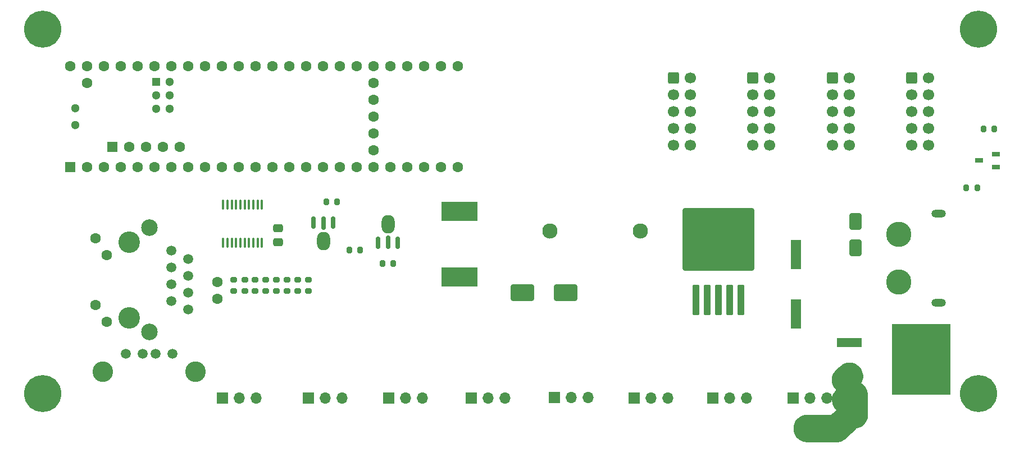
<source format=gbr>
%TF.GenerationSoftware,KiCad,Pcbnew,8.0.3*%
%TF.CreationDate,2024-11-25T10:27:06+01:00*%
%TF.ProjectId,Teensy Board,5465656e-7379-4204-926f-6172642e6b69,rev?*%
%TF.SameCoordinates,Original*%
%TF.FileFunction,Soldermask,Top*%
%TF.FilePolarity,Negative*%
%FSLAX46Y46*%
G04 Gerber Fmt 4.6, Leading zero omitted, Abs format (unit mm)*
G04 Created by KiCad (PCBNEW 8.0.3) date 2024-11-25 10:27:06*
%MOMM*%
%LPD*%
G01*
G04 APERTURE LIST*
G04 Aperture macros list*
%AMRoundRect*
0 Rectangle with rounded corners*
0 $1 Rounding radius*
0 $2 $3 $4 $5 $6 $7 $8 $9 X,Y pos of 4 corners*
0 Add a 4 corners polygon primitive as box body*
4,1,4,$2,$3,$4,$5,$6,$7,$8,$9,$2,$3,0*
0 Add four circle primitives for the rounded corners*
1,1,$1+$1,$2,$3*
1,1,$1+$1,$4,$5*
1,1,$1+$1,$6,$7*
1,1,$1+$1,$8,$9*
0 Add four rect primitives between the rounded corners*
20,1,$1+$1,$2,$3,$4,$5,0*
20,1,$1+$1,$4,$5,$6,$7,0*
20,1,$1+$1,$6,$7,$8,$9,0*
20,1,$1+$1,$8,$9,$2,$3,0*%
G04 Aperture macros list end*
%ADD10C,0.150000*%
%ADD11R,1.700000X1.700000*%
%ADD12O,1.700000X1.700000*%
%ADD13RoundRect,0.250000X0.300000X-2.050000X0.300000X2.050000X-0.300000X2.050000X-0.300000X-2.050000X0*%
%ADD14RoundRect,0.250002X5.149998X-4.449998X5.149998X4.449998X-5.149998X4.449998X-5.149998X-4.449998X0*%
%ADD15RoundRect,0.200000X-0.200000X-0.275000X0.200000X-0.275000X0.200000X0.275000X-0.200000X0.275000X0*%
%ADD16C,2.300000*%
%ADD17RoundRect,0.200000X0.200000X0.275000X-0.200000X0.275000X-0.200000X-0.275000X0.200000X-0.275000X0*%
%ADD18RoundRect,0.250000X-0.600000X-0.600000X0.600000X-0.600000X0.600000X0.600000X-0.600000X0.600000X0*%
%ADD19C,1.700000*%
%ADD20RoundRect,0.200000X-0.275000X0.200000X-0.275000X-0.200000X0.275000X-0.200000X0.275000X0.200000X0*%
%ADD21R,5.400000X2.900000*%
%ADD22C,3.800000*%
%ADD23O,2.200000X1.200000*%
%ADD24C,1.600000*%
%ADD25O,0.700000X1.900000*%
%ADD26O,0.700000X2.100000*%
%ADD27O,2.000000X2.800000*%
%ADD28RoundRect,0.250000X-1.500000X-1.000000X1.500000X-1.000000X1.500000X1.000000X-1.500000X1.000000X0*%
%ADD29R,3.800000X1.400000*%
%ADD30R,8.800000X10.700000*%
%ADD31C,1.500000*%
%ADD32C,3.100000*%
%ADD33R,1.650000X4.500000*%
%ADD34C,3.600000*%
%ADD35C,5.600000*%
%ADD36RoundRect,0.100000X-0.100000X0.637500X-0.100000X-0.637500X0.100000X-0.637500X0.100000X0.637500X0*%
%ADD37RoundRect,0.250000X0.650000X-1.000000X0.650000X1.000000X-0.650000X1.000000X-0.650000X-1.000000X0*%
%ADD38C,3.250000*%
%ADD39C,1.520000*%
%ADD40C,2.500000*%
%ADD41R,1.250000X0.700000*%
%ADD42RoundRect,0.250000X0.475000X-0.337500X0.475000X0.337500X-0.475000X0.337500X-0.475000X-0.337500X0*%
%ADD43R,1.600000X1.600000*%
%ADD44R,1.300000X1.300000*%
%ADD45C,1.300000*%
G04 APERTURE END LIST*
D10*
X155940180Y-117978430D02*
X156192879Y-118046141D01*
X156434577Y-118146255D01*
X156661140Y-118277061D01*
X156868692Y-118436321D01*
X157053679Y-118621308D01*
X157212939Y-118828860D01*
X157343745Y-119055423D01*
X157443859Y-119297121D01*
X157511570Y-119549820D01*
X157545718Y-119809194D01*
X157545718Y-120070807D01*
X157511570Y-120330181D01*
X157443859Y-120582879D01*
X157343745Y-120824577D01*
X157234446Y-121013889D01*
X157333013Y-121068607D01*
X157346552Y-121078638D01*
X157361140Y-121087061D01*
X157451608Y-121156479D01*
X157543213Y-121224353D01*
X157555320Y-121236059D01*
X157568692Y-121246320D01*
X157649337Y-121326965D01*
X157731287Y-121406203D01*
X157741765Y-121419393D01*
X157753680Y-121431308D01*
X157823080Y-121521753D01*
X157894015Y-121611046D01*
X157902686Y-121625498D01*
X157912939Y-121638860D01*
X157969931Y-121737574D01*
X158028613Y-121835377D01*
X158035323Y-121850836D01*
X158043745Y-121865423D01*
X158087358Y-121970715D01*
X158132780Y-122075357D01*
X158137416Y-122091564D01*
X158143860Y-122107121D01*
X158173368Y-122217246D01*
X158204730Y-122326881D01*
X158207208Y-122343539D01*
X158211571Y-122359819D01*
X158226458Y-122472900D01*
X158243235Y-122585644D01*
X158243518Y-122602485D01*
X158245718Y-122619194D01*
X158246072Y-122754353D01*
X158247635Y-122847220D01*
X158246346Y-122858468D01*
X158250000Y-124250000D01*
X158246353Y-124361380D01*
X158250000Y-125750000D01*
X158245718Y-125880806D01*
X158211571Y-126140181D01*
X158143860Y-126392879D01*
X158043745Y-126634577D01*
X157912939Y-126861140D01*
X157753680Y-127068692D01*
X157568692Y-127253680D01*
X157361140Y-127412939D01*
X157134577Y-127543745D01*
X156892879Y-127643860D01*
X156640181Y-127711571D01*
X156581453Y-127719302D01*
X156453842Y-127873442D01*
X154960902Y-129265587D01*
X154929375Y-129292996D01*
X154918692Y-129303680D01*
X154905025Y-129314166D01*
X154862135Y-129351456D01*
X154785595Y-129405807D01*
X154711140Y-129462939D01*
X154679057Y-129481462D01*
X154648831Y-129502926D01*
X154565837Y-129546829D01*
X154484577Y-129593745D01*
X154450345Y-129607924D01*
X154417582Y-129625256D01*
X154329594Y-129657940D01*
X154242879Y-129693860D01*
X154207076Y-129703453D01*
X154172343Y-129716356D01*
X154080868Y-129737270D01*
X153990181Y-129761571D01*
X153953427Y-129766409D01*
X153917313Y-129774667D01*
X153823881Y-129783464D01*
X153730806Y-129795718D01*
X153693370Y-129795753D01*
X153656852Y-129799192D01*
X153567221Y-129795872D01*
X149200000Y-129800000D01*
X149069194Y-129795718D01*
X148809819Y-129761571D01*
X148557121Y-129693860D01*
X148315423Y-129593745D01*
X148088860Y-129462939D01*
X147881308Y-129303680D01*
X147696320Y-129118692D01*
X147537061Y-128911140D01*
X147406255Y-128684577D01*
X147306140Y-128442879D01*
X147238429Y-128190181D01*
X147204282Y-127930806D01*
X147204282Y-127669194D01*
X147238429Y-127409819D01*
X147306140Y-127157121D01*
X147406255Y-126915423D01*
X147537061Y-126688860D01*
X147696320Y-126481308D01*
X147881308Y-126296320D01*
X148088860Y-126137061D01*
X148315423Y-126006255D01*
X148557121Y-125906140D01*
X148809819Y-125838429D01*
X149069194Y-125804282D01*
X152817287Y-125800739D01*
X153639098Y-125034413D01*
X153679513Y-124999275D01*
X153518713Y-124843797D01*
X153355985Y-124638954D01*
X153221387Y-124414623D01*
X153117220Y-124174643D01*
X153045270Y-123923119D01*
X153006765Y-123664356D01*
X153002365Y-123402780D01*
X153032144Y-123142868D01*
X153095594Y-122889066D01*
X153191630Y-122645718D01*
X153318607Y-122416987D01*
X153474353Y-122206787D01*
X153656203Y-122018713D01*
X153684566Y-121996180D01*
X153681308Y-121993680D01*
X153496320Y-121808692D01*
X153337060Y-121601141D01*
X153206255Y-121374577D01*
X153106140Y-121132879D01*
X153038430Y-120880181D01*
X153004282Y-120620806D01*
X153004282Y-120359194D01*
X153038430Y-120099819D01*
X153106140Y-119847121D01*
X153206255Y-119605423D01*
X153337060Y-119378859D01*
X153496320Y-119171308D01*
X154135786Y-118525787D01*
X154231308Y-118436321D01*
X154438859Y-118277061D01*
X154665423Y-118146255D01*
X154907121Y-118046141D01*
X155159819Y-117978430D01*
X155419193Y-117944282D01*
X155680806Y-117944282D01*
X155940180Y-117978430D01*
G36*
X155940180Y-117978430D02*
G01*
X156192879Y-118046141D01*
X156434577Y-118146255D01*
X156661140Y-118277061D01*
X156868692Y-118436321D01*
X157053679Y-118621308D01*
X157212939Y-118828860D01*
X157343745Y-119055423D01*
X157443859Y-119297121D01*
X157511570Y-119549820D01*
X157545718Y-119809194D01*
X157545718Y-120070807D01*
X157511570Y-120330181D01*
X157443859Y-120582879D01*
X157343745Y-120824577D01*
X157234446Y-121013889D01*
X157333013Y-121068607D01*
X157346552Y-121078638D01*
X157361140Y-121087061D01*
X157451608Y-121156479D01*
X157543213Y-121224353D01*
X157555320Y-121236059D01*
X157568692Y-121246320D01*
X157649337Y-121326965D01*
X157731287Y-121406203D01*
X157741765Y-121419393D01*
X157753680Y-121431308D01*
X157823080Y-121521753D01*
X157894015Y-121611046D01*
X157902686Y-121625498D01*
X157912939Y-121638860D01*
X157969931Y-121737574D01*
X158028613Y-121835377D01*
X158035323Y-121850836D01*
X158043745Y-121865423D01*
X158087358Y-121970715D01*
X158132780Y-122075357D01*
X158137416Y-122091564D01*
X158143860Y-122107121D01*
X158173368Y-122217246D01*
X158204730Y-122326881D01*
X158207208Y-122343539D01*
X158211571Y-122359819D01*
X158226458Y-122472900D01*
X158243235Y-122585644D01*
X158243518Y-122602485D01*
X158245718Y-122619194D01*
X158246072Y-122754353D01*
X158247635Y-122847220D01*
X158246346Y-122858468D01*
X158250000Y-124250000D01*
X158246353Y-124361380D01*
X158250000Y-125750000D01*
X158245718Y-125880806D01*
X158211571Y-126140181D01*
X158143860Y-126392879D01*
X158043745Y-126634577D01*
X157912939Y-126861140D01*
X157753680Y-127068692D01*
X157568692Y-127253680D01*
X157361140Y-127412939D01*
X157134577Y-127543745D01*
X156892879Y-127643860D01*
X156640181Y-127711571D01*
X156581453Y-127719302D01*
X156453842Y-127873442D01*
X154960902Y-129265587D01*
X154929375Y-129292996D01*
X154918692Y-129303680D01*
X154905025Y-129314166D01*
X154862135Y-129351456D01*
X154785595Y-129405807D01*
X154711140Y-129462939D01*
X154679057Y-129481462D01*
X154648831Y-129502926D01*
X154565837Y-129546829D01*
X154484577Y-129593745D01*
X154450345Y-129607924D01*
X154417582Y-129625256D01*
X154329594Y-129657940D01*
X154242879Y-129693860D01*
X154207076Y-129703453D01*
X154172343Y-129716356D01*
X154080868Y-129737270D01*
X153990181Y-129761571D01*
X153953427Y-129766409D01*
X153917313Y-129774667D01*
X153823881Y-129783464D01*
X153730806Y-129795718D01*
X153693370Y-129795753D01*
X153656852Y-129799192D01*
X153567221Y-129795872D01*
X149200000Y-129800000D01*
X149069194Y-129795718D01*
X148809819Y-129761571D01*
X148557121Y-129693860D01*
X148315423Y-129593745D01*
X148088860Y-129462939D01*
X147881308Y-129303680D01*
X147696320Y-129118692D01*
X147537061Y-128911140D01*
X147406255Y-128684577D01*
X147306140Y-128442879D01*
X147238429Y-128190181D01*
X147204282Y-127930806D01*
X147204282Y-127669194D01*
X147238429Y-127409819D01*
X147306140Y-127157121D01*
X147406255Y-126915423D01*
X147537061Y-126688860D01*
X147696320Y-126481308D01*
X147881308Y-126296320D01*
X148088860Y-126137061D01*
X148315423Y-126006255D01*
X148557121Y-125906140D01*
X148809819Y-125838429D01*
X149069194Y-125804282D01*
X152817287Y-125800739D01*
X153639098Y-125034413D01*
X153679513Y-124999275D01*
X153518713Y-124843797D01*
X153355985Y-124638954D01*
X153221387Y-124414623D01*
X153117220Y-124174643D01*
X153045270Y-123923119D01*
X153006765Y-123664356D01*
X153002365Y-123402780D01*
X153032144Y-123142868D01*
X153095594Y-122889066D01*
X153191630Y-122645718D01*
X153318607Y-122416987D01*
X153474353Y-122206787D01*
X153656203Y-122018713D01*
X153684566Y-121996180D01*
X153681308Y-121993680D01*
X153496320Y-121808692D01*
X153337060Y-121601141D01*
X153206255Y-121374577D01*
X153106140Y-121132879D01*
X153038430Y-120880181D01*
X153004282Y-120620806D01*
X153004282Y-120359194D01*
X153038430Y-120099819D01*
X153106140Y-119847121D01*
X153206255Y-119605423D01*
X153337060Y-119378859D01*
X153496320Y-119171308D01*
X154135786Y-118525787D01*
X154231308Y-118436321D01*
X154438859Y-118277061D01*
X154665423Y-118146255D01*
X154907121Y-118046141D01*
X155159819Y-117978430D01*
X155419193Y-117944282D01*
X155680806Y-117944282D01*
X155940180Y-117978430D01*
G37*
D11*
%TO.C,J6*%
X134995000Y-123175000D03*
D12*
X137535000Y-123175000D03*
X140075000Y-123175000D03*
%TD*%
D13*
%TO.C,U3*%
X132425000Y-108375000D03*
X134125000Y-108375000D03*
X135825000Y-108375000D03*
D14*
X135825000Y-99225000D03*
D13*
X137525000Y-108375000D03*
X139225000Y-108375000D03*
%TD*%
D15*
%TO.C,R2*%
X85175000Y-102860000D03*
X86825000Y-102860000D03*
%TD*%
D16*
%TO.C,D1*%
X110450000Y-98000000D03*
X124050000Y-98000000D03*
%TD*%
D17*
%TO.C,R3*%
X81825000Y-100860000D03*
X80175000Y-100860000D03*
%TD*%
D18*
%TO.C,J4*%
X164960000Y-74840000D03*
D19*
X167500000Y-74840000D03*
X164960000Y-77380000D03*
X167500000Y-77380000D03*
X164960000Y-79920000D03*
X167500000Y-79920000D03*
X164960000Y-82460000D03*
X167500000Y-82460000D03*
X164960000Y-85000000D03*
X167500000Y-85000000D03*
%TD*%
D20*
%TO.C,R11*%
X62740000Y-105375000D03*
X62740000Y-107025000D03*
%TD*%
D18*
%TO.C,J3*%
X152975000Y-74840000D03*
D19*
X155515000Y-74840000D03*
X152975000Y-77380000D03*
X155515000Y-77380000D03*
X152975000Y-79920000D03*
X155515000Y-79920000D03*
X152975000Y-82460000D03*
X155515000Y-82460000D03*
X152975000Y-85000000D03*
X155515000Y-85000000D03*
%TD*%
D17*
%TO.C,R13*%
X174825000Y-91500000D03*
X173175000Y-91500000D03*
%TD*%
D20*
%TO.C,R10*%
X64400000Y-105375000D03*
X64400000Y-107025000D03*
%TD*%
D21*
%TO.C,L1*%
X96750000Y-95050000D03*
X96750000Y-104950000D03*
%TD*%
D22*
%TO.C,CN1*%
X163000000Y-98500000D03*
X163000000Y-105700000D03*
D23*
X169000000Y-108850000D03*
X169000000Y-95350000D03*
%TD*%
D20*
%TO.C,R6*%
X70800000Y-105375000D03*
X70800000Y-107025000D03*
%TD*%
D24*
%TO.C,C1*%
X60300000Y-105700000D03*
X60300000Y-108200000D03*
%TD*%
D25*
%TO.C,Q1*%
X77750000Y-96690000D03*
D26*
X76250000Y-96780000D03*
D25*
X74750000Y-96690000D03*
D27*
X76250000Y-99530000D03*
%TD*%
D15*
%TO.C,R12*%
X175775000Y-82600000D03*
X177425000Y-82600000D03*
%TD*%
D11*
%TO.C,J8*%
X111075000Y-123150000D03*
D12*
X113615000Y-123150000D03*
X116155000Y-123150000D03*
%TD*%
D18*
%TO.C,J2*%
X140990000Y-74840000D03*
D19*
X143530000Y-74840000D03*
X140990000Y-77380000D03*
X143530000Y-77380000D03*
X140990000Y-79920000D03*
X143530000Y-79920000D03*
X140990000Y-82460000D03*
X143530000Y-82460000D03*
X140990000Y-85000000D03*
X143530000Y-85000000D03*
%TD*%
D28*
%TO.C,C4*%
X106250000Y-107250000D03*
X112750000Y-107250000D03*
%TD*%
D29*
%TO.C,U4*%
X155550000Y-114860000D03*
D30*
X166350000Y-117400000D03*
D29*
X155550000Y-119940000D03*
%TD*%
D20*
%TO.C,R8*%
X67600000Y-105375000D03*
X67600000Y-107025000D03*
%TD*%
D11*
%TO.C,J12*%
X61075000Y-123175000D03*
D12*
X63615000Y-123175000D03*
X66155000Y-123175000D03*
%TD*%
D20*
%TO.C,R5*%
X72400000Y-105375000D03*
X72400000Y-107025000D03*
%TD*%
D31*
%TO.C,USB1*%
X46500000Y-116540000D03*
X49000000Y-116540000D03*
X51000000Y-116550000D03*
X53500000Y-116550000D03*
D32*
X57000000Y-119260000D03*
X43000000Y-119260000D03*
%TD*%
D33*
%TO.C,C2*%
X147500000Y-101500000D03*
X147500000Y-110500000D03*
%TD*%
D11*
%TO.C,J10*%
X86075000Y-123175000D03*
D12*
X88615000Y-123175000D03*
X91155000Y-123175000D03*
%TD*%
D11*
%TO.C,J5*%
X147075000Y-123175000D03*
D12*
X149615000Y-123175000D03*
X152155000Y-123175000D03*
%TD*%
D34*
%TO.C,H3*%
X175000000Y-67500000D03*
D35*
X175000000Y-67500000D03*
%TD*%
D11*
%TO.C,J9*%
X98520000Y-123200000D03*
D12*
X101060000Y-123200000D03*
X103600000Y-123200000D03*
%TD*%
D11*
%TO.C,J7*%
X123075000Y-123200000D03*
D12*
X125615000Y-123200000D03*
X128155000Y-123200000D03*
%TD*%
D34*
%TO.C,H2*%
X34000000Y-122500000D03*
D35*
X34000000Y-122500000D03*
%TD*%
D11*
%TO.C,J11*%
X73985000Y-123175000D03*
D12*
X76525000Y-123175000D03*
X79065000Y-123175000D03*
%TD*%
D20*
%TO.C,R7*%
X69200000Y-105375000D03*
X69200000Y-107025000D03*
%TD*%
%TO.C,R9*%
X66000000Y-105375000D03*
X66000000Y-107025000D03*
%TD*%
D15*
%TO.C,R1*%
X76675000Y-93610000D03*
X78325000Y-93610000D03*
%TD*%
D36*
%TO.C,U2*%
X67000000Y-94000000D03*
X66350000Y-94000000D03*
X65700000Y-94000000D03*
X65050000Y-94000000D03*
X64400000Y-94000000D03*
X63750000Y-94000000D03*
X63100000Y-94000000D03*
X62450000Y-94000000D03*
X61800000Y-94000000D03*
X61150000Y-94000000D03*
X61150000Y-99725000D03*
X61800000Y-99725000D03*
X62450000Y-99725000D03*
X63100000Y-99725000D03*
X63750000Y-99725000D03*
X64400000Y-99725000D03*
X65050000Y-99725000D03*
X65700000Y-99725000D03*
X66350000Y-99725000D03*
X67000000Y-99725000D03*
%TD*%
D20*
%TO.C,R4*%
X74000000Y-105375000D03*
X74000000Y-107025000D03*
%TD*%
D37*
%TO.C,D2*%
X156500000Y-100500000D03*
X156500000Y-96500000D03*
%TD*%
D25*
%TO.C,Q2*%
X84500000Y-99780000D03*
D26*
X86000000Y-99690000D03*
D25*
X87500000Y-99780000D03*
D27*
X86000000Y-96940000D03*
%TD*%
D38*
%TO.C,P1*%
X46976800Y-99650359D03*
X46976800Y-111080359D03*
D39*
X53326800Y-100920359D03*
X55866800Y-102190359D03*
X53326800Y-103460359D03*
X55866800Y-104730359D03*
X53326800Y-106000359D03*
X55866800Y-107270359D03*
X53326800Y-108540359D03*
X55866800Y-109810359D03*
D24*
X41886800Y-99040359D03*
X43596800Y-101580359D03*
X41886800Y-109150359D03*
X43596800Y-111690359D03*
D40*
X50016800Y-97480359D03*
X50016800Y-113230359D03*
%TD*%
D34*
%TO.C,H1*%
X34000000Y-67500000D03*
D35*
X34000000Y-67500000D03*
%TD*%
D41*
%TO.C,Q3*%
X177600000Y-86400000D03*
X177600000Y-88300000D03*
X175100000Y-87350000D03*
%TD*%
D42*
%TO.C,C3*%
X69400000Y-99637500D03*
X69400000Y-97562500D03*
%TD*%
D18*
%TO.C,J1*%
X129005000Y-74840000D03*
D19*
X131545000Y-74840000D03*
X129005000Y-77380000D03*
X131545000Y-77380000D03*
X129005000Y-79920000D03*
X131545000Y-79920000D03*
X129005000Y-82460000D03*
X131545000Y-82460000D03*
X129005000Y-85000000D03*
X131545000Y-85000000D03*
%TD*%
D34*
%TO.C,H4*%
X175000000Y-122500000D03*
D35*
X175000000Y-122500000D03*
%TD*%
D43*
%TO.C,U1*%
X38120000Y-88296000D03*
D24*
X40660000Y-88296000D03*
X43200000Y-88296000D03*
X45740000Y-88296000D03*
X48280000Y-88296000D03*
X50820000Y-88296000D03*
X53360000Y-88296000D03*
X55900000Y-88296000D03*
X58440000Y-88296000D03*
X60980000Y-88296000D03*
X63520000Y-88296000D03*
X66060000Y-88296000D03*
X68600000Y-88296000D03*
X71140000Y-88296000D03*
X73680000Y-88296000D03*
X76220000Y-88296000D03*
X78760000Y-88296000D03*
X81300000Y-88296000D03*
X83840000Y-88296000D03*
X86380000Y-88296000D03*
X88920000Y-88296000D03*
X91460000Y-88296000D03*
X94000000Y-88296000D03*
X96540000Y-88296000D03*
X96540000Y-73056000D03*
X94000000Y-73056000D03*
X91460000Y-73056000D03*
X88920000Y-73056000D03*
X86380000Y-73056000D03*
X83840000Y-73056000D03*
X81300000Y-73056000D03*
X78760000Y-73056000D03*
X76220000Y-73056000D03*
X73680000Y-73056000D03*
X71140000Y-73056000D03*
X68600000Y-73056000D03*
X66060000Y-73056000D03*
X63520000Y-73056000D03*
X60980000Y-73056000D03*
X58440000Y-73056000D03*
X55900000Y-73056000D03*
X53360000Y-73056000D03*
X50820000Y-73056000D03*
X48280000Y-73056000D03*
X45740000Y-73056000D03*
X43200000Y-73056000D03*
X40660000Y-73056000D03*
X38120000Y-73056000D03*
X40660000Y-75596000D03*
X83840000Y-85756000D03*
X83840000Y-83216000D03*
X83840000Y-80676000D03*
X83840000Y-78136000D03*
X83840000Y-75596000D03*
D43*
X44419200Y-85245200D03*
D24*
X46959200Y-85245200D03*
X49499200Y-85245200D03*
X52039200Y-85245200D03*
X54579200Y-85245200D03*
D44*
X51090000Y-75494400D03*
D45*
X51090000Y-77494400D03*
X51090000Y-79494400D03*
X53090000Y-79494400D03*
X53090000Y-77494400D03*
X53090000Y-75494400D03*
X38850000Y-79406000D03*
X38850000Y-81946000D03*
%TD*%
M02*

</source>
